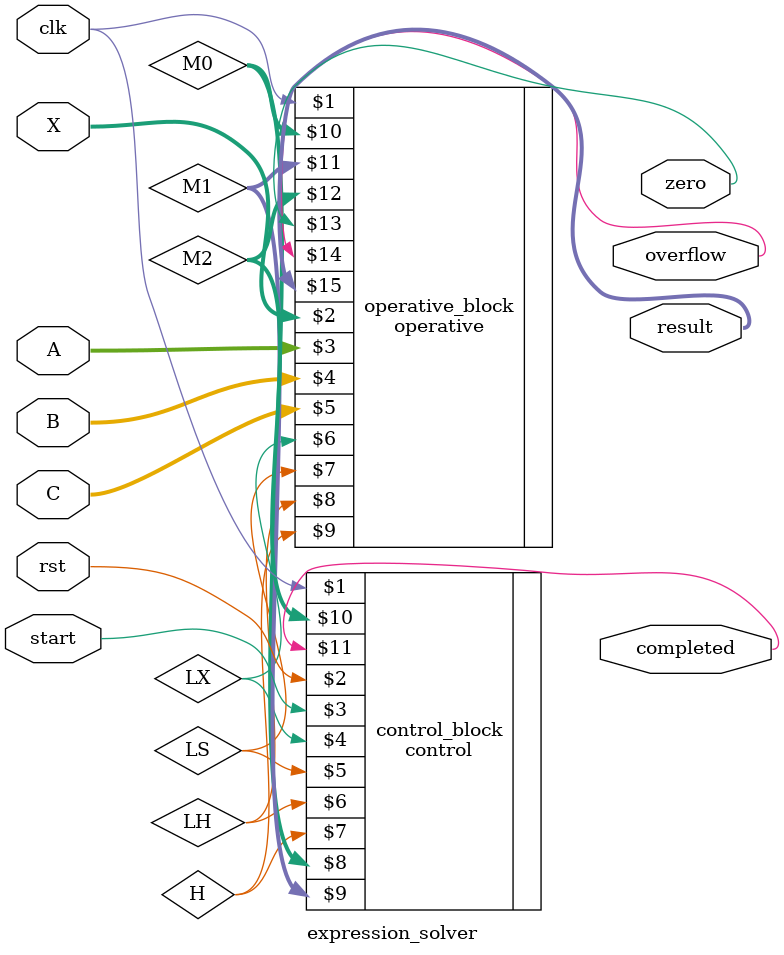
<source format=v>
`include "../blocks/control.v"
`include "../blocks/operative.v"

module expression_solver
(
    input clk,
    input rst,
    input start,
    input [7:0] X,
    input [15:0] A,
    input [15:0] B,
    input [15:0] C,
    output [15:0] result,
    output zero,
    output overflow,
    output completed
);

    wire LX, LS, LH, H;
    wire [1:0] M0, M1, M2;

    control control_block (clk, rst, start, LX, LS, LH, H, M0, M1, M2, completed);
    operative operative_block (clk, X, A, B, C, LX, LS, LH, H, M0, M1, M2, zero, overflow, result);
    
endmodule
</source>
